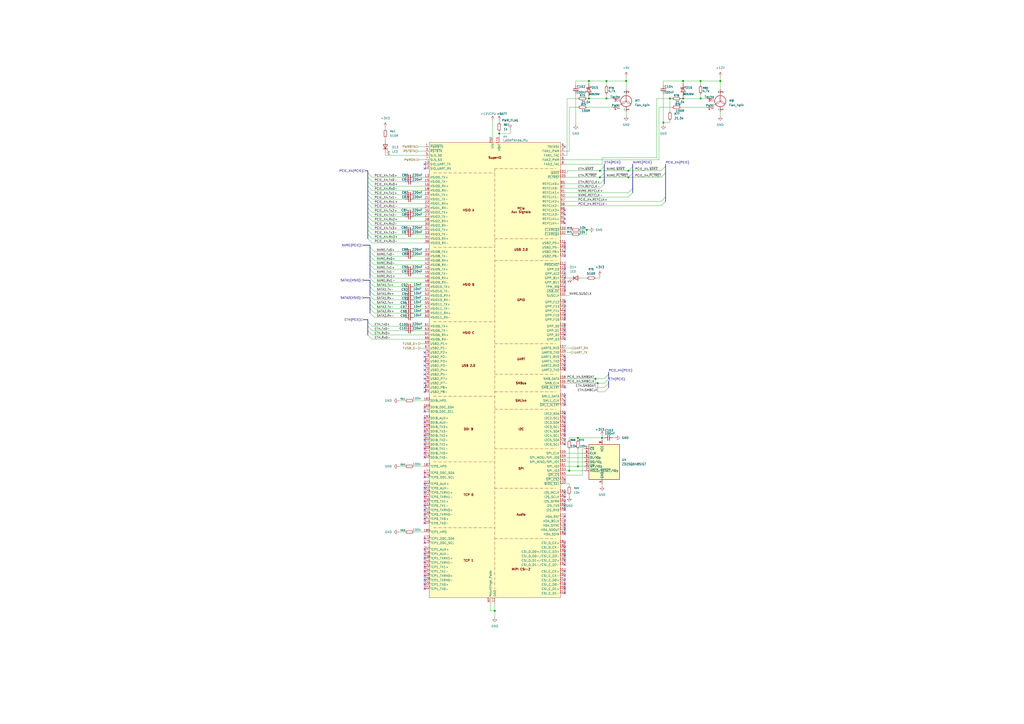
<source format=kicad_sch>
(kicad_sch (version 20250114) (generator "eeschema") (generator_version "9.0")
  (paper "A2")
  (junction (at 351.79 57.15))
  (junction (at 289.56 77.47))
  (junction (at 345.44 219.71))
  (junction (at 335.28 254))
  (junction (at 335.28 270.51))
  (junction (at 384.81 71.12))
  (junction (at 406.4 46.99))
  (junction (at 396.24 57.15))
  (junction (at 406.4 57.15))
  (junction (at 396.24 46.99))
  (junction (at 351.79 46.99))
  (junction (at 341.63 46.99))
  (junction (at 417.83 46.99))
  (junction (at 341.63 57.15))
  (junction (at 364.49 102.87))
  (junction (at 287.02 354.33))
  (junction (at 347.98 102.87))
  (junction (at 330.2 273.05))
  (junction (at 347.98 99.06))
  (junction (at 388.62 57.15))
  (junction (at 363.22 46.99))
  (junction (at 364.49 99.06))
  (junction (at 340.36 133.35))
  (junction (at 346.71 222.25))
  (junction (at 349.25 254))
  (no_connect (at 327.66 245.11))
  (no_connect (at 327.66 295.91))
  (no_connect (at 327.66 285.75))
  (no_connect (at 246.38 242.57))
  (no_connect (at 327.66 331.47))
  (no_connect (at 327.66 232.41))
  (no_connect (at 327.66 302.26))
  (no_connect (at 327.66 325.12))
  (no_connect (at 327.66 182.88))
  (no_connect (at 327.66 129.54))
  (no_connect (at 327.66 314.96))
  (no_connect (at 327.66 257.81))
  (no_connect (at 246.38 298.45))
  (no_connect (at 327.66 290.83))
  (no_connect (at 246.38 209.55))
  (no_connect (at 327.66 194.31))
  (no_connect (at 246.38 245.11))
  (no_connect (at 246.38 312.42))
  (no_connect (at 327.66 153.67))
  (no_connect (at 327.66 212.09))
  (no_connect (at 327.66 156.21))
  (no_connect (at 327.66 143.51))
  (no_connect (at 327.66 224.79))
  (no_connect (at 246.38 331.47))
  (no_connect (at 246.38 236.22))
  (no_connect (at 327.66 339.09))
  (no_connect (at 327.66 196.85))
  (no_connect (at 246.38 217.17))
  (no_connect (at 327.66 240.03))
  (no_connect (at 327.66 341.63))
  (no_connect (at 246.38 341.63))
  (no_connect (at 246.38 288.29))
  (no_connect (at 327.66 327.66))
  (no_connect (at 246.38 238.76))
  (no_connect (at 246.38 97.79))
  (no_connect (at 327.66 161.29))
  (no_connect (at 327.66 166.37))
  (no_connect (at 246.38 280.67))
  (no_connect (at 246.38 207.01))
  (no_connect (at 327.66 207.01))
  (no_connect (at 246.38 204.47))
  (no_connect (at 246.38 321.31))
  (no_connect (at 327.66 124.46))
  (no_connect (at 246.38 222.25))
  (no_connect (at 327.66 317.5))
  (no_connect (at 327.66 209.55))
  (no_connect (at 246.38 339.09))
  (no_connect (at 246.38 285.75))
  (no_connect (at 246.38 219.71))
  (no_connect (at 327.66 278.13))
  (no_connect (at 246.38 326.39))
  (no_connect (at 327.66 229.87))
  (no_connect (at 327.66 191.77))
  (no_connect (at 246.38 314.96))
  (no_connect (at 327.66 320.04))
  (no_connect (at 246.38 274.32))
  (no_connect (at 246.38 257.81))
  (no_connect (at 246.38 276.86))
  (no_connect (at 246.38 323.85))
  (no_connect (at 327.66 252.73))
  (no_connect (at 246.38 295.91))
  (no_connect (at 246.38 265.43))
  (no_connect (at 246.38 336.55))
  (no_connect (at 246.38 334.01))
  (no_connect (at 327.66 344.17))
  (no_connect (at 246.38 260.35))
  (no_connect (at 327.66 189.23))
  (no_connect (at 246.38 247.65))
  (no_connect (at 327.66 214.63))
  (no_connect (at 327.66 234.95))
  (no_connect (at 246.38 300.99))
  (no_connect (at 246.38 250.19))
  (no_connect (at 327.66 304.8))
  (no_connect (at 327.66 322.58))
  (no_connect (at 246.38 328.93))
  (no_connect (at 327.66 121.92))
  (no_connect (at 327.66 299.72))
  (no_connect (at 327.66 175.26))
  (no_connect (at 327.66 336.55))
  (no_connect (at 327.66 255.27))
  (no_connect (at 327.66 247.65))
  (no_connect (at 327.66 288.29))
  (no_connect (at 327.66 180.34))
  (no_connect (at 327.66 140.97))
  (no_connect (at 327.66 158.75))
  (no_connect (at 327.66 250.19))
  (no_connect (at 246.38 262.89))
  (no_connect (at 246.38 255.27))
  (no_connect (at 327.66 309.88))
  (no_connect (at 327.66 177.8))
  (no_connect (at 246.38 303.53))
  (no_connect (at 246.38 252.73))
  (no_connect (at 327.66 242.57))
  (no_connect (at 327.66 185.42))
  (no_connect (at 327.66 148.59))
  (no_connect (at 246.38 212.09))
  (no_connect (at 327.66 334.01))
  (no_connect (at 327.66 168.91))
  (no_connect (at 327.66 85.09))
  (no_connect (at 246.38 227.33))
  (no_connect (at 246.38 214.63))
  (no_connect (at 246.38 318.77))
  (no_connect (at 327.66 293.37))
  (no_connect (at 246.38 283.21))
  (no_connect (at 327.66 127))
  (no_connect (at 327.66 146.05))
  (no_connect (at 246.38 95.25))
  (no_connect (at 327.66 307.34))
  (no_connect (at 246.38 290.83))
  (no_connect (at 327.66 163.83))
  (no_connect (at 246.38 224.79))
  (no_connect (at 246.38 293.37))
  (bus_entry (at 213.36 123.19) (size 2.54 2.54))
  (bus_entry (at 213.36 110.49) (size 2.54 2.54))
  (bus_entry (at 213.36 100.33) (size 2.54 2.54))
  (bus_entry (at 213.36 125.73) (size 2.54 2.54))
  (bus_entry (at 213.36 186.69) (size 2.54 2.54))
  (bus_entry (at 213.36 128.27) (size 2.54 2.54))
  (bus_entry (at 367.03 109.22) (size -2.54 2.54))
  (bus_entry (at 214.63 163.83) (size 2.54 2.54))
  (bus_entry (at 367.03 100.33) (size -2.54 2.54))
  (bus_entry (at 214.63 153.67) (size 2.54 2.54))
  (bus_entry (at 214.63 179.07) (size 2.54 2.54))
  (bus_entry (at 213.36 105.41) (size 2.54 2.54))
  (bus_entry (at 214.63 168.91) (size 2.54 2.54))
  (bus_entry (at 213.36 118.11) (size 2.54 2.54))
  (bus_entry (at 213.36 113.03) (size 2.54 2.54))
  (bus_entry (at 213.36 138.43) (size 2.54 2.54))
  (bus_entry (at 213.36 133.35) (size 2.54 2.54))
  (bus_entry (at 214.63 173.99) (size 2.54 2.54))
  (bus_entry (at 367.03 111.76) (size -2.54 2.54))
  (bus_entry (at 214.63 151.13) (size 2.54 2.54))
  (bus_entry (at 350.52 96.52) (size -2.54 2.54))
  (bus_entry (at 353.06 219.71) (size -2.54 2.54))
  (bus_entry (at 386.08 100.33) (size -2.54 2.54))
  (bus_entry (at 213.36 135.89) (size 2.54 2.54))
  (bus_entry (at 213.36 191.77) (size 2.54 2.54))
  (bus_entry (at 214.63 181.61) (size 2.54 2.54))
  (bus_entry (at 214.63 146.05) (size 2.54 2.54))
  (bus_entry (at 386.08 96.52) (size -2.54 2.54))
  (bus_entry (at 386.08 116.84) (size -2.54 2.54))
  (bus_entry (at 353.06 224.79) (size -2.54 2.54))
  (bus_entry (at 350.52 106.68) (size -2.54 2.54))
  (bus_entry (at 350.52 104.14) (size -2.54 2.54))
  (bus_entry (at 214.63 176.53) (size 2.54 2.54))
  (bus_entry (at 386.08 114.3) (size -2.54 2.54))
  (bus_entry (at 213.36 107.95) (size 2.54 2.54))
  (bus_entry (at 213.36 120.65) (size 2.54 2.54))
  (bus_entry (at 213.36 102.87) (size 2.54 2.54))
  (bus_entry (at 213.36 115.57) (size 2.54 2.54))
  (bus_entry (at 214.63 148.59) (size 2.54 2.54))
  (bus_entry (at 214.63 171.45) (size 2.54 2.54))
  (bus_entry (at 213.36 130.81) (size 2.54 2.54))
  (bus_entry (at 214.63 143.51) (size 2.54 2.54))
  (bus_entry (at 214.63 161.29) (size 2.54 2.54))
  (bus_entry (at 353.06 222.25) (size -2.54 2.54))
  (bus_entry (at 213.36 194.31) (size 2.54 2.54))
  (bus_entry (at 213.36 189.23) (size 2.54 2.54))
  (bus_entry (at 353.06 217.17) (size -2.54 2.54))
  (bus_entry (at 367.03 96.52) (size -2.54 2.54))
  (bus_entry (at 350.52 100.33) (size -2.54 2.54))
  (bus_entry (at 214.63 158.75) (size 2.54 2.54))
  (bus_entry (at 214.63 166.37) (size 2.54 2.54))
  (bus_entry (at 214.63 156.21) (size 2.54 2.54))
  (wire (pts (xy 240.03 148.59) (xy 246.38 148.59)))
  (wire (pts (xy 334.01 46.99) (xy 334.01 49.53)))
  (wire (pts (xy 240.03 102.87) (xy 246.38 102.87)))
  (bus (pts (xy 214.63 153.67) (xy 214.63 156.21)))
  (wire (pts (xy 240.03 133.35) (xy 246.38 133.35)))
  (wire (pts (xy 396.24 48.26) (xy 396.24 46.99)))
  (bus (pts (xy 214.63 166.37) (xy 214.63 168.91)))
  (bus (pts (xy 214.63 146.05) (xy 214.63 148.59)))
  (wire (pts (xy 330.2 62.23) (xy 335.28 62.23)))
  (wire (pts (xy 215.9 194.31) (xy 246.38 194.31)))
  (wire (pts (xy 215.9 191.77) (xy 234.95 191.77)))
  (wire (pts (xy 327.66 133.35) (xy 331.47 133.35)))
  (wire (pts (xy 215.9 196.85) (xy 246.38 196.85)))
  (wire (pts (xy 217.17 156.21) (xy 234.95 156.21)))
  (wire (pts (xy 335.28 270.51) (xy 339.09 270.51)))
  (bus (pts (xy 213.36 113.03) (xy 213.36 115.57)))
  (wire (pts (xy 384.81 54.61) (xy 384.81 71.12)))
  (bus (pts (xy 213.36 100.33) (xy 213.36 102.87)))
  (wire (pts (xy 223.52 73.66) (xy 223.52 74.93)))
  (wire (pts (xy 327.66 111.76) (xy 364.49 111.76)))
  (wire (pts (xy 215.9 113.03) (xy 234.95 113.03)))
  (wire (pts (xy 337.82 260.35) (xy 339.09 260.35)))
  (wire (pts (xy 328.93 99.06) (xy 328.93 100.33)))
  (wire (pts (xy 217.17 146.05) (xy 234.95 146.05)))
  (wire (pts (xy 328.93 57.15) (xy 335.28 57.15)))
  (wire (pts (xy 340.36 57.15) (xy 341.63 57.15)))
  (bus (pts (xy 213.36 123.19) (xy 213.36 125.73)))
  (wire (pts (xy 223.52 90.17) (xy 246.38 90.17)))
  (wire (pts (xy 240.03 189.23) (xy 246.38 189.23)))
  (wire (pts (xy 217.17 148.59) (xy 234.95 148.59)))
  (wire (pts (xy 406.4 54.61) (xy 406.4 57.15)))
  (wire (pts (xy 285.75 69.85) (xy 285.75 80.01)))
  (wire (pts (xy 347.98 99.06) (xy 364.49 99.06)))
  (bus (pts (xy 353.06 215.9) (xy 353.06 217.17)))
  (bus (pts (xy 210.82 162.56) (xy 214.63 162.56)))
  (wire (pts (xy 327.66 95.25) (xy 349.25 95.25)))
  (wire (pts (xy 215.9 115.57) (xy 234.95 115.57)))
  (wire (pts (xy 243.84 201.93) (xy 246.38 201.93)))
  (wire (pts (xy 349.25 254) (xy 350.52 254)))
  (bus (pts (xy 350.52 96.52) (xy 350.52 100.33)))
  (wire (pts (xy 351.79 54.61) (xy 351.79 57.15)))
  (wire (pts (xy 396.24 57.15) (xy 396.24 55.88)))
  (wire (pts (xy 295.91 74.93) (xy 295.91 77.47)))
  (wire (pts (xy 240.03 105.41) (xy 246.38 105.41)))
  (wire (pts (xy 242.57 85.09) (xy 246.38 85.09)))
  (wire (pts (xy 240.03 270.51) (xy 246.38 270.51)))
  (wire (pts (xy 217.17 179.07) (xy 234.95 179.07)))
  (wire (pts (xy 215.9 123.19) (xy 234.95 123.19)))
  (wire (pts (xy 287.02 349.25) (xy 287.02 354.33)))
  (wire (pts (xy 327.66 201.93) (xy 331.47 201.93)))
  (wire (pts (xy 355.6 254) (xy 356.87 254)))
  (bus (pts (xy 350.52 104.14) (xy 350.52 106.68)))
  (bus (pts (xy 353.06 220.98) (xy 353.06 222.25)))
  (bus (pts (xy 214.63 148.59) (xy 214.63 151.13)))
  (wire (pts (xy 240.03 181.61) (xy 246.38 181.61)))
  (wire (pts (xy 240.03 184.15) (xy 246.38 184.15)))
  (wire (pts (xy 240.03 123.19) (xy 246.38 123.19)))
  (wire (pts (xy 327.66 109.22) (xy 347.98 109.22)))
  (wire (pts (xy 394.97 62.23) (xy 410.21 62.23)))
  (wire (pts (xy 330.2 254) (xy 335.28 254)))
  (bus (pts (xy 213.36 107.95) (xy 213.36 110.49)))
  (wire (pts (xy 363.22 64.77) (xy 363.22 67.31)))
  (wire (pts (xy 327.66 135.89) (xy 331.47 135.89)))
  (bus (pts (xy 213.36 135.89) (xy 213.36 138.43)))
  (bus (pts (xy 214.63 163.83) (xy 214.63 166.37)))
  (wire (pts (xy 240.03 135.89) (xy 246.38 135.89)))
  (wire (pts (xy 330.2 260.35) (xy 330.2 273.05)))
  (bus (pts (xy 350.52 100.33) (xy 350.52 104.14)))
  (wire (pts (xy 240.03 168.91) (xy 246.38 168.91)))
  (wire (pts (xy 215.9 118.11) (xy 246.38 118.11)))
  (wire (pts (xy 240.03 113.03) (xy 246.38 113.03)))
  (wire (pts (xy 406.4 57.15) (xy 410.21 57.15)))
  (wire (pts (xy 215.9 189.23) (xy 234.95 189.23)))
  (wire (pts (xy 347.98 102.87) (xy 364.49 102.87)))
  (wire (pts (xy 217.17 151.13) (xy 246.38 151.13)))
  (bus (pts (xy 213.36 133.35) (xy 213.36 135.89)))
  (wire (pts (xy 327.66 114.3) (xy 364.49 114.3)))
  (wire (pts (xy 240.03 166.37) (xy 246.38 166.37)))
  (wire (pts (xy 341.63 46.99) (xy 351.79 46.99)))
  (wire (pts (xy 388.62 57.15) (xy 389.89 57.15)))
  (wire (pts (xy 240.03 191.77) (xy 246.38 191.77)))
  (wire (pts (xy 417.83 44.45) (xy 417.83 46.99)))
  (wire (pts (xy 406.4 49.53) (xy 406.4 46.99)))
  (wire (pts (xy 396.24 46.99) (xy 384.81 46.99)))
  (wire (pts (xy 336.55 135.89) (xy 340.36 135.89)))
  (wire (pts (xy 287.02 354.33) (xy 287.02 358.14)))
  (bus (pts (xy 353.06 222.25) (xy 353.06 224.79)))
  (wire (pts (xy 240.03 179.07) (xy 246.38 179.07)))
  (wire (pts (xy 417.83 46.99) (xy 417.83 52.07)))
  (wire (pts (xy 406.4 57.15) (xy 396.24 57.15)))
  (wire (pts (xy 327.66 90.17) (xy 328.93 90.17)))
  (wire (pts (xy 215.9 135.89) (xy 234.95 135.89)))
  (bus (pts (xy 214.63 143.51) (xy 214.63 146.05)))
  (wire (pts (xy 363.22 44.45) (xy 363.22 46.99)))
  (wire (pts (xy 217.17 181.61) (xy 234.95 181.61)))
  (wire (pts (xy 328.93 90.17) (xy 328.93 57.15)))
  (wire (pts (xy 406.4 46.99) (xy 417.83 46.99)))
  (wire (pts (xy 217.17 168.91) (xy 234.95 168.91)))
  (bus (pts (xy 213.36 110.49) (xy 213.36 113.03)))
  (wire (pts (xy 346.71 227.33) (xy 350.52 227.33)))
  (wire (pts (xy 328.93 99.06) (xy 347.98 99.06)))
  (bus (pts (xy 213.36 102.87) (xy 213.36 105.41)))
  (bus (pts (xy 214.63 162.56) (xy 214.63 163.83)))
  (wire (pts (xy 215.9 130.81) (xy 246.38 130.81)))
  (bus (pts (xy 214.63 156.21) (xy 214.63 158.75)))
  (wire (pts (xy 335.28 260.35) (xy 335.28 270.51)))
  (wire (pts (xy 215.9 102.87) (xy 234.95 102.87)))
  (wire (pts (xy 335.28 254) (xy 335.28 255.27)))
  (wire (pts (xy 215.9 105.41) (xy 234.95 105.41)))
  (wire (pts (xy 217.17 163.83) (xy 246.38 163.83)))
  (wire (pts (xy 346.71 222.25) (xy 346.71 227.33)))
  (bus (pts (xy 213.36 118.11) (xy 213.36 120.65)))
  (wire (pts (xy 335.28 254) (xy 349.25 254)))
  (wire (pts (xy 346.71 222.25) (xy 350.52 222.25)))
  (bus (pts (xy 212.09 99.06) (xy 213.36 99.06)))
  (wire (pts (xy 240.03 125.73) (xy 246.38 125.73)))
  (wire (pts (xy 327.66 161.29) (xy 330.2 161.29)))
  (wire (pts (xy 240.03 173.99) (xy 246.38 173.99)))
  (wire (pts (xy 327.66 116.84) (xy 383.54 116.84)))
  (wire (pts (xy 388.62 64.77) (xy 388.62 57.15)))
  (wire (pts (xy 217.17 153.67) (xy 246.38 153.67)))
  (wire (pts (xy 215.9 120.65) (xy 246.38 120.65)))
  (wire (pts (xy 394.97 57.15) (xy 396.24 57.15)))
  (wire (pts (xy 217.17 171.45) (xy 234.95 171.45)))
  (wire (pts (xy 240.03 146.05) (xy 246.38 146.05)))
  (bus (pts (xy 213.36 120.65) (xy 213.36 123.19)))
  (wire (pts (xy 217.17 176.53) (xy 234.95 176.53)))
  (wire (pts (xy 240.03 176.53) (xy 246.38 176.53)))
  (wire (pts (xy 217.17 173.99) (xy 234.95 173.99)))
  (wire (pts (xy 364.49 102.87) (xy 383.54 102.87)))
  (wire (pts (xy 349.25 254) (xy 349.25 255.27)))
  (wire (pts (xy 349.25 280.67) (xy 349.25 281.94)))
  (bus (pts (xy 367.03 95.25) (xy 367.03 96.52)))
  (bus (pts (xy 214.63 172.72) (xy 214.63 173.99)))
  (wire (pts (xy 217.17 184.15) (xy 234.95 184.15)))
  (wire (pts (xy 240.03 158.75) (xy 246.38 158.75)))
  (bus (pts (xy 214.63 168.91) (xy 214.63 171.45)))
  (wire (pts (xy 381 91.44) (xy 381 57.15)))
  (bus (pts (xy 213.36 105.41) (xy 213.36 107.95)))
  (wire (pts (xy 215.9 107.95) (xy 246.38 107.95)))
  (wire (pts (xy 217.17 166.37) (xy 234.95 166.37)))
  (wire (pts (xy 242.57 92.71) (xy 246.38 92.71)))
  (wire (pts (xy 327.66 262.89) (xy 339.09 262.89)))
  (wire (pts (xy 341.63 46.99) (xy 334.01 46.99)))
  (wire (pts (xy 327.66 265.43) (xy 339.09 265.43)))
  (bus (pts (xy 214.63 179.07) (xy 214.63 181.61)))
  (wire (pts (xy 217.17 161.29) (xy 246.38 161.29)))
  (wire (pts (xy 336.55 133.35) (xy 340.36 133.35)))
  (wire (pts (xy 327.66 270.51) (xy 335.28 270.51)))
  (wire (pts (xy 240.03 308.61) (xy 246.38 308.61)))
  (bus (pts (xy 214.63 176.53) (xy 214.63 179.07)))
  (bus (pts (xy 213.36 125.73) (xy 213.36 128.27)))
  (wire (pts (xy 349.25 91.44) (xy 381 91.44)))
  (wire (pts (xy 384.81 46.99) (xy 384.81 49.53)))
  (wire (pts (xy 340.36 135.89) (xy 340.36 133.35)))
  (wire (pts (xy 341.63 133.35) (xy 340.36 133.35)))
  (bus (pts (xy 367.03 96.52) (xy 367.03 100.33)))
  (wire (pts (xy 327.66 119.38) (xy 383.54 119.38)))
  (wire (pts (xy 330.2 273.05) (xy 339.09 273.05)))
  (wire (pts (xy 330.2 280.67) (xy 327.66 280.67)))
  (wire (pts (xy 327.66 171.45) (xy 330.2 171.45)))
  (bus (pts (xy 386.08 114.3) (xy 386.08 116.84)))
  (wire (pts (xy 384.81 71.12) (xy 388.62 71.12)))
  (wire (pts (xy 337.82 161.29) (xy 340.36 161.29)))
  (bus (pts (xy 210.82 142.24) (xy 214.63 142.24)))
  (wire (pts (xy 215.9 128.27) (xy 246.38 128.27)))
  (wire (pts (xy 349.25 95.25) (xy 349.25 91.44)))
  (bus (pts (xy 386.08 100.33) (xy 386.08 114.3)))
  (wire (pts (xy 334.01 54.61) (xy 334.01 72.39)))
  (bus (pts (xy 367.03 109.22) (xy 367.03 111.76)))
  (bus (pts (xy 213.36 128.27) (xy 213.36 130.81)))
  (wire (pts (xy 330.2 280.67) (xy 330.2 281.94)))
  (wire (pts (xy 243.84 199.39) (xy 246.38 199.39)))
  (bus (pts (xy 350.52 95.25) (xy 350.52 96.52)))
  (wire (pts (xy 284.48 354.33) (xy 287.02 354.33)))
  (bus (pts (xy 213.36 185.42) (xy 213.36 186.69)))
  (wire (pts (xy 289.56 77.47) (xy 289.56 80.01)))
  (wire (pts (xy 240.03 171.45) (xy 246.38 171.45)))
  (wire (pts (xy 215.9 140.97) (xy 246.38 140.97)))
  (bus (pts (xy 367.03 100.33) (xy 367.03 109.22)))
  (wire (pts (xy 327.66 204.47) (xy 331.47 204.47)))
  (wire (pts (xy 345.44 219.71) (xy 350.52 219.71)))
  (wire (pts (xy 327.66 87.63) (xy 330.2 87.63)))
  (wire (pts (xy 327.66 273.05) (xy 330.2 273.05)))
  (bus (pts (xy 210.82 185.42) (xy 213.36 185.42)))
  (wire (pts (xy 215.9 110.49) (xy 246.38 110.49)))
  (wire (pts (xy 231.14 308.61) (xy 234.95 308.61)))
  (wire (pts (xy 215.9 125.73) (xy 234.95 125.73)))
  (wire (pts (xy 347.98 161.29) (xy 345.44 161.29)))
  (bus (pts (xy 214.63 158.75) (xy 214.63 161.29)))
  (wire (pts (xy 382.27 62.23) (xy 389.89 62.23)))
  (wire (pts (xy 381 57.15) (xy 388.62 57.15)))
  (wire (pts (xy 341.63 48.26) (xy 341.63 46.99)))
  (wire (pts (xy 327.66 92.71) (xy 382.27 92.71)))
  (wire (pts (xy 330.2 255.27) (xy 330.2 254)))
  (wire (pts (xy 327.66 106.68) (xy 347.98 106.68)))
  (wire (pts (xy 396.24 46.99) (xy 406.4 46.99)))
  (wire (pts (xy 347.98 160.02) (xy 347.98 161.29)))
  (bus (pts (xy 214.63 173.99) (xy 214.63 176.53)))
  (bus (pts (xy 214.63 151.13) (xy 214.63 153.67)))
  (wire (pts (xy 242.57 87.63) (xy 246.38 87.63)))
  (wire (pts (xy 240.03 232.41) (xy 246.38 232.41)))
  (wire (pts (xy 240.03 115.57) (xy 246.38 115.57)))
  (wire (pts (xy 327.66 222.25) (xy 346.71 222.25)))
  (wire (pts (xy 327.66 267.97) (xy 339.09 267.97)))
  (wire (pts (xy 223.52 80.01) (xy 223.52 81.28)))
  (bus (pts (xy 353.06 217.17) (xy 353.06 219.71)))
  (wire (pts (xy 330.2 287.02) (xy 330.2 288.29)))
  (wire (pts (xy 231.14 270.51) (xy 234.95 270.51)))
  (wire (pts (xy 215.9 138.43) (xy 246.38 138.43)))
  (wire (pts (xy 351.79 57.15) (xy 355.6 57.15)))
  (wire (pts (xy 341.63 57.15) (xy 341.63 55.88)))
  (wire (pts (xy 345.44 224.79) (xy 350.52 224.79)))
  (wire (pts (xy 345.44 219.71) (xy 345.44 224.79)))
  (wire (pts (xy 388.62 69.85) (xy 388.62 71.12)))
  (wire (pts (xy 215.9 133.35) (xy 234.95 133.35)))
  (bus (pts (xy 214.63 142.24) (xy 214.63 143.51)))
  (wire (pts (xy 417.83 64.77) (xy 417.83 67.31)))
  (wire (pts (xy 240.03 156.21) (xy 246.38 156.21)))
  (wire (pts (xy 327.66 219.71) (xy 345.44 219.71)))
  (wire (pts (xy 349.25 252.73) (xy 349.25 254)))
  (wire (pts (xy 217.17 158.75) (xy 234.95 158.75)))
  (bus (pts (xy 213.36 115.57) (xy 213.36 118.11)))
  (wire (pts (xy 223.52 88.9) (xy 223.52 90.17)))
  (wire (pts (xy 231.14 232.41) (xy 234.95 232.41)))
  (wire (pts (xy 284.48 349.25) (xy 284.48 354.33)))
  (wire (pts (xy 327.66 102.87) (xy 347.98 102.87)))
  (wire (pts (xy 295.91 77.47) (xy 289.56 77.47)))
  (bus (pts (xy 386.08 95.25) (xy 386.08 96.52)))
  (wire (pts (xy 337.82 275.59) (xy 337.82 260.35)))
  (wire (pts (xy 351.79 46.99) (xy 363.22 46.99)))
  (wire (pts (xy 327.66 275.59) (xy 337.82 275.59)))
  (bus (pts (xy 210.82 172.72) (xy 214.63 172.72)))
  (bus (pts (xy 213.36 189.23) (xy 213.36 191.77)))
  (bus (pts (xy 213.36 130.81) (xy 213.36 133.35)))
  (wire (pts (xy 328.93 100.33) (xy 327.66 100.33)))
  (bus (pts (xy 213.36 99.06) (xy 213.36 100.33)))
  (wire (pts (xy 382.27 92.71) (xy 382.27 62.23)))
  (wire (pts (xy 340.36 62.23) (xy 355.6 62.23)))
  (bus (pts (xy 213.36 186.69) (xy 213.36 189.23)))
  (bus (pts (xy 386.08 96.52) (xy 386.08 100.33)))
  (wire (pts (xy 351.79 49.53) (xy 351.79 46.99)))
  (wire (pts (xy 363.22 46.99) (xy 363.22 52.07)))
  (wire (pts (xy 351.79 57.15) (xy 341.63 57.15)))
  (wire (pts (xy 289.56 76.2) (xy 289.56 77.47)))
  (wire (pts (xy 289.56 69.85) (xy 289.56 71.12)))
  (bus (pts (xy 213.36 191.77) (xy 213.36 194.31)))
  (wire (pts (xy 330.2 87.63) (xy 330.2 62.23)))
  (wire (pts (xy 384.81 71.12) (xy 384.81 72.39)))
  (wire (pts (xy 364.49 99.06) (xy 383.54 99.06)))
  (label "SATA2.Rx+" (at 218.44 181.61 0))
  (label "PCIE_X4.Tx0-" (at 217.17 105.41 0))
  (label "PCIE_X4.Tx1-" (at 217.17 115.57 0))
  (label "NVME.Tx1-" (at 218.44 158.75 0))
  (label "NVME.REFCLK+" (at 335.28 111.76 0))
  (label "PCIE_X4.REFCLK-" (at 335.28 119.38 0))
  (label "PCIE_X4.Rx1+" (at 217.17 118.11 0))
  (label "PCIE_X4.Rx3+" (at 217.17 138.43 0))
  (label "ETH.Rx0-" (at 217.17 196.85 0))
  (label "PCIE_X4.~{PLTRST}" (at 368.3 102.87 0))
  (label "SATA2.Rx-" (at 218.44 184.15 0))
  (label "ETH{PCIE}" (at 353.06 220.98 0))
  (label "NVME.SUSCLK" (at 330.2 171.45 0))
  (label "SATA1.Tx-" (at 218.44 168.91 0))
  (label "ETH{PCIE}" (at 350.52 95.25 0))
  (label "PCIE_X4.Rx0+" (at 217.17 107.95 0))
  (label "ETH.REFCLK-" (at 335.28 109.22 0))
  (label "PCIE_X4.REFCLK+" (at 335.28 116.84 0))
  (label "SATA1.Tx+" (at 218.44 166.37 0))
  (label "SATA1.Rx+" (at 218.44 171.45 0))
  (label "PCIE_X4.SMBDAT" (at 328.93 219.71 0))
  (label "NVME.Rx0+" (at 218.44 151.13 0))
  (label "PCIE_X4.Rx0-" (at 217.17 110.49 0))
  (label "PCIE_X4{PCIE}" (at 386.08 95.25 0))
  (label "PCIE_X4.Rx2+" (at 217.17 128.27 0))
  (label "NVME{PCIE}" (at 367.03 95.25 0))
  (label "ETH.SMBCLK" (at 346.71 227.33 180))
  (label "NVME.Tx0-" (at 218.44 148.59 0))
  (label "NVME.~{PLTRST}" (at 351.79 102.87 0))
  (label "PCIE_X4.Rx1-" (at 217.17 120.65 0))
  (label "PCIE_X4.~{WAKE}" (at 368.3 99.06 0))
  (label "NVME.~{WAKE}" (at 351.79 99.06 0))
  (label "NVME.Tx1+" (at 218.44 156.21 0))
  (label "ETH.Tx0+" (at 217.17 189.23 0))
  (label "ETH.~{PLTRST}" (at 335.28 102.87 0))
  (label "PCIE_X4.Tx3+" (at 217.17 133.35 0))
  (label "PCIE_X4.Tx2-" (at 217.17 125.73 0))
  (label "ETH.~{WAKE}" (at 335.28 99.06 0))
  (label "PCIE_X4.Tx3-" (at 217.17 135.89 0))
  (label "PCIE_X4.Tx0+" (at 217.17 102.87 0))
  (label "NVME.Tx0+" (at 218.44 146.05 0))
  (label "PCIE_X4.Tx2+" (at 217.17 123.19 0))
  (label "PCIE_X4.Rx2-" (at 217.17 130.81 0))
  (label "ETH.Rx0+" (at 217.17 194.31 0))
  (label "SATA2.Tx-" (at 218.44 179.07 0))
  (label "ETH.SMBDAT" (at 345.44 224.79 180))
  (label "ETH.REFCLK+" (at 335.28 106.68 0))
  (label "NVME.Rx1+" (at 218.44 161.29 0))
  (label "NVME.REFCLK-" (at 335.28 114.3 0))
  (label "NVME.Rx0-" (at 218.44 153.67 0))
  (label "PCIE_X4.Rx3-" (at 217.17 140.97 0))
  (label "PCIE_X4{PCIE}" (at 353.06 215.9 0))
  (label "ETH.Tx0-" (at 217.17 191.77 0))
  (label "PCIE_X4.Tx1+" (at 217.17 113.03 0))
  (label "SATA2.Tx+" (at 218.44 176.53 0))
  (label "NVME.Rx1-" (at 218.44 163.83 0))
  (label "PCIE_X4.SMBCLK" (at 328.93 222.25 0))
  (label "SATA1.Rx-" (at 218.44 173.99 0))
  (hierarchical_label "ETH{PCIE}" (shape input) (at 210.82 185.42 180))
  (hierarchical_label "PWRBTN" (shape input) (at 242.57 85.09 180))
  (hierarchical_label "NVME{PCIE}" (shape input) (at 210.82 142.24 180))
  (hierarchical_label "UART_RX" (shape input) (at 331.47 201.93 0))
  (hierarchical_label "SATA2{HSIO}" (shape output) (at 210.82 172.72 180))
  (hierarchical_label "PCIE_X4{PCIE}" (shape input) (at 212.09 99.06 180))
  (hierarchical_label "PWRON" (shape output) (at 242.57 92.71 180))
  (hierarchical_label "UART_TX" (shape output) (at 331.47 204.47 0))
  (hierarchical_label "RSTBTN" (shape input) (at 242.57 87.63 180))
  (hierarchical_label "FUSB_D-" (shape input) (at 243.84 201.93 180))
  (hierarchical_label "SATA1{HSIO}" (shape output) (at 210.82 162.56 180))
  (hierarchical_label "FUSB_D+" (shape input) (at 243.84 199.39 180))
  (symbol (lib_id "Device:C_Small") (at 237.49 176.53 90) (unit 1)
    (property "Reference" "C96" (at 234.188 175.514 90))
    (property "Value" "10nF" (at 242.316 175.26 90))
    (property "Description" "Unpolarized capacitor, small symbol" (effects (hide yes)))
  )
  (symbol (lib_id "power:GND") (at 363.22 67.31 0) (unit 1)
    (property "Reference" "#PWR072" (effects (hide yes)))
    (property "Value" "GND" (at 363.22 72.39 0))
    (property "Description" "Power symbol creates a global label with name \"GND\" , ground" (effects (hide yes)))
  )
  (symbol (lib_id "Device:R_Small") (at 334.01 133.35 90) (unit 1)
    (property "Reference" "R70" (at 330.454 132.334 90) (effects (font (size 1.016 1.016))))
    (property "Value" "10k" (at 338.074 132.08 90))
    (property "Description" "Resistor, small symbol" (effects (hide yes)))
  )
  (symbol (lib_id "Device:R_Small") (at 351.79 52.07 0) (unit 1)
    (property "Reference" "R76" (at 353.06 51.054 0) (effects (font (size 1.016 1.016)) (justify left)))
    (property "Value" "4.7k" (at 352.806 52.832 0) (effects (justify left)))
    (property "Description" "Resistor, small symbol" (effects (hide yes)))
  )
  (symbol (lib_id "Device:C_Small") (at 237.49 181.61 90) (unit 1)
    (property "Reference" "C98" (at 234.188 180.594 90))
    (property "Value" "10nF" (at 242.316 180.34 90))
    (property "Description" "Unpolarized capacitor, small symbol" (effects (hide yes)))
  )
  (symbol (lib_id "Device:R_Small") (at 237.49 232.41 90) (unit 1)
    (property "Reference" "R64" (at 233.68 231.394 90) (effects (font (size 1.016 1.016))))
    (property "Value" "100k" (at 241.808 231.14 90))
    (property "Description" "Resistor, small symbol" (effects (hide yes)))
  )
  (symbol (lib_id "Device:R_Small") (at 388.62 67.31 0) (unit 1)
    (property "Reference" "R77" (at 391.16 66.0399 0) (effects (font (size 1.016 1.016)) (justify left)))
    (property "Value" "21.5k" (at 391.16 68.5799 0) (effects (justify left)))
    (property "Description" "Resistor, small symbol" (effects (hide yes)))
  )
  (symbol (lib_id "Device:C_Small") (at 237.49 123.19 90) (unit 1)
    (property "Reference" "C84" (at 234.696 121.92 90))
    (property "Value" "220nF" (at 242.062 121.92 90))
    (property "Description" "Unpolarized capacitor, small symbol" (effects (hide yes)))
  )
  (symbol (lib_id "Device:C_Small") (at 237.49 115.57 90) (unit 1)
    (property "Reference" "C83" (at 234.95 114.3 90))
    (property "Value" "220nF" (at 242.062 114.3 90))
    (property "Description" "Unpolarized capacitor, small symbol" (effects (hide yes)))
  )
  (symbol (lib_id "Device:R_Small") (at 406.4 52.07 0) (unit 1)
    (property "Reference" "R80" (at 407.67 51.054 0) (effects (font (size 1.016 1.016)) (justify left)))
    (property "Value" "4.7k" (at 407.416 52.832 0) (effects (justify left)))
    (property "Description" "Resistor, small symbol" (effects (hide yes)))
  )
  (symbol (lib_id "Device:R_Small") (at 392.43 57.15 90) (unit 1)
    (property "Reference" "R78" (at 392.43 55.372 90) (effects (font (size 1.016 1.016))))
    (property "Value" "21.5k" (at 394.462 59.182 90))
    (property "Description" "Resistor, small symbol" (effects (hide yes)))
  )
  (symbol (lib_id "Device:R_Small") (at 337.82 57.15 90) (unit 1)
    (property "Reference" "R73" (at 337.82 55.372 90) (effects (font (size 1.016 1.016))))
    (property "Value" "21.5k" (at 339.852 59.182 90))
    (property "Description" "Resistor, small symbol" (effects (hide yes)))
  )
  (symbol (lib_id "Device:C_Small") (at 384.81 52.07 0) (unit 1)
    (property "Reference" "C104" (at 385.318 50.292 0) (effects (justify left)))
    (property "Value" "100nF" (at 385.064 53.594 0) (effects (justify left)))
    (property "Description" "Unpolarized capacitor, small symbol" (effects (hide yes)))
  )
  (symbol (lib_id "Device:C_Small") (at 237.49 168.91 90) (unit 1)
    (property "Reference" "C93" (at 234.696 167.894 90))
    (property "Value" "10nF" (at 242.062 167.64 90))
    (property "Description" "Unpolarized capacitor, small symbol" (effects (hide yes)))
  )
  (symbol (lib_id "Device:C_Small") (at 237.49 166.37 90) (unit 1)
    (property "Reference" "C92" (at 234.696 165.354 90))
    (property "Value" "10nF" (at 242.316 165.1 90))
    (property "Description" "Unpolarized capacitor, small symbol" (effects (hide yes)))
  )
  (symbol (lib_id "power:+3V3") (at 347.98 160.02 0) (unit 1)
    (property "Reference" "#PWR067" (effects (hide yes)))
    (property "Value" "+3V3" (at 347.98 154.94 0))
    (property "Description" "Power symbol creates a global label with name \"+3V3\"" (effects (hide yes)))
  )
  (symbol (lib_id "Motor:Fan_4pin") (at 417.83 59.69 0) (unit 1)
    (property "Reference" "M8" (at 422.91 58.4199 0) (effects (justify left)))
    (property "Value" "Fan_4pin" (at 422.91 60.9599 0) (effects (justify left)))
    (property "Datasheet" "http://www.formfactors.org/developer%5Cspecs%5Crev1_2_public.pdf" (effects (hide yes)))
    (property "Description" "Fan, tacho output, PWM input, 4-pin connector" (effects (hide yes)))
  )
  (symbol (lib_id "Device:R_Small") (at 330.2 284.48 0) (unit 1)
    (property "Reference" "R69" (at 332.74 283.2099 0) (effects (font (size 1.016 1.016)) (justify left)))
    (property "Value" "10k" (at 332.74 285.7499 0) (effects (justify left)))
    (property "Description" "Resistor, small symbol" (effects (hide yes)))
  )
  (symbol (lib_id "power:GND") (at 231.14 270.51 270) (unit 1)
    (property "Reference" "#PWR059" (effects (hide yes)))
    (property "Value" "GND" (at 227.33 270.5099 90) (effects (justify right)))
    (property "Description" "Power symbol creates a global label with name \"GND\" , ground" (effects (hide yes)))
  )
  (symbol (lib_id "Device:R_Small") (at 237.49 270.51 90) (unit 1)
    (property "Reference" "R65" (at 233.68 269.494 90) (effects (font (size 1.016 1.016))))
    (property "Value" "100k" (at 241.808 269.24 90))
    (property "Description" "Resistor, small symbol" (effects (hide yes)))
  )
  (symbol (lib_id "Device:C_Small") (at 237.49 191.77 90) (unit 1)
    (property "Reference" "C101" (at 234.188 190.5 90))
    (property "Value" "220nF" (at 242.062 190.5 90))
    (property "Description" "Unpolarized capacitor, small symbol" (effects (hide yes)))
  )
  (symbol (lib_id "LattePanda-Mu:LattePanda_Mu") (at 287.02 214.63 0) (unit 1)
    (property "Reference" "A4" (at 291.846 79.248 0) (effects (justify left)))
    (property "Value" "LattePanda_Mu" (at 291.846 81.28 0) (effects (justify left)))
    (property "Footprint" "Module_LattePanda:LattePanda_Module_H8.0mm_Horizontal" (effects (hide yes)))
    (property "Description" "A micro computing module with x86 processer, RAM and eMMC." (effects (hide yes)))
  )
  (symbol (lib_id "power:+3V3") (at 349.25 252.73 0) (unit 1)
    (property "Reference" "#PWR068" (effects (hide yes)))
    (property "Value" "+3V3" (at 347.98 249.174 0))
    (property "Description" "Power symbol creates a global label with name \"+3V3\"" (effects (hide yes)))
  )
  (symbol (lib_id "Device:R_Small") (at 289.56 73.66 0) (unit 1)
    (property "Reference" "R67" (at 292.1 72.3899 0) (effects (font (size 1.016 1.016)) (justify left)))
    (property "Value" "1k" (at 292.1 74.9299 0) (effects (justify left)))
    (property "Description" "Resistor, small symbol" (effects (hide yes)))
  )
  (symbol (lib_id "Motor:Fan_4pin") (at 363.22 59.69 0) (unit 1)
    (property "Reference" "M7" (at 368.3 58.4199 0) (effects (justify left)))
    (property "Value" "Fan_4pin" (at 368.3 60.9599 0) (effects (justify left)))
    (property "Datasheet" "http://www.formfactors.org/developer%5Cspecs%5Crev1_2_public.pdf" (effects (hide yes)))
    (property "Description" "Fan, tacho output, PWM input, 4-pin connector" (effects (hide yes)))
  )
  (symbol (lib_id "Device:C_Small") (at 237.49 184.15 90) (unit 1)
    (property "Reference" "C99" (at 234.188 183.134 90))
    (property "Value" "10nF" (at 242.316 182.88 90))
    (property "Description" "Unpolarized capacitor, small symbol" (effects (hide yes)))
  )
  (symbol (lib_id "Device:C_Small") (at 237.49 102.87 90) (unit 1)
    (property "Reference" "C80" (at 234.95 101.6 90))
    (property "Value" "220nF" (at 242.062 101.6 90))
    (property "Description" "Unpolarized capacitor, small symbol" (effects (hide yes)))
  )
  (symbol (lib_id "Device:C_Small") (at 237.49 173.99 90) (unit 1)
    (property "Reference" "C95" (at 234.95 172.974 90))
    (property "Value" "10nF" (at 242.062 172.72 90))
    (property "Description" "Unpolarized capacitor, small symbol" (effects (hide yes)))
  )
  (symbol (lib_id "power:GND") (at 417.83 67.31 0) (unit 1)
    (property "Reference" "#PWR075" (effects (hide yes)))
    (property "Value" "GND" (at 417.83 72.39 0))
    (property "Description" "Power symbol creates a global label with name \"GND\" , ground" (effects (hide yes)))
  )
  (symbol (lib_id "Device:R_Small") (at 330.2 257.81 0) (unit 1)
    (property "Reference" "R68" (at 330.708 255.27 0) (effects (font (size 1.016 1.016)) (justify left)))
    (property "Value" "10k" (at 330.962 258.826 0) (effects (justify left)))
    (property "Description" "Resistor, small symbol" (effects (hide yes)))
  )
  (symbol (lib_id "Device:C_Small") (at 237.49 105.41 90) (unit 1)
    (property "Reference" "C81" (at 234.95 104.14 90))
    (property "Value" "220nF" (at 242.062 104.14 90))
    (property "Description" "Unpolarized capacitor, small symbol" (effects (hide yes)))
  )
  (symbol (lib_id "power:GND") (at 231.14 308.61 270) (unit 1)
    (property "Reference" "#PWR060" (effects (hide yes)))
    (property "Value" "GND" (at 227.33 308.6099 90) (effects (justify right)))
    (property "Description" "Power symbol creates a global label with name \"GND\" , ground" (effects (hide yes)))
  )
  (symbol (lib_id "Device:R_Small") (at 335.28 257.81 0) (unit 1)
    (property "Reference" "R72" (at 335.788 255.27 0) (effects (font (size 1.016 1.016)) (justify left)))
    (property "Value" "10k" (at 336.296 258.826 0) (effects (justify left)))
    (property "Description" "Resistor, small symbol" (effects (hide yes)))
  )
  (symbol (lib_id "power:+5V") (at 363.22 44.45 0) (unit 1)
    (property "Reference" "#PWR071" (effects (hide yes)))
    (property "Value" "+5V" (at 363.22 39.37 0))
    (property "Description" "Power symbol creates a global label with name \"+5V\"" (effects (hide yes)))
  )
  (symbol (lib_id "Device:LED") (at 334.01 161.29 0) (unit 1)
    (property "Reference" "D14" (at 332.4225 154.94 0))
    (property "Value" "LED" (at 332.4225 157.48 0))
    (property "Description" "Light emitting diode" (effects (hide yes)))
    (property "Sim.Pins" "1=K 2=A" (effects (hide yes)))
  )
  (symbol (lib_id "power:GND") (at 341.63 133.35 90) (unit 1)
    (property "Reference" "#PWR066" (effects (hide yes)))
    (property "Value" "GND" (at 345.44 133.3499 90) (effects (justify right)))
    (property "Description" "Power symbol creates a global label with name \"GND\" , ground" (effects (hide yes)))
  )
  (symbol (lib_id "power:+12V") (at 417.83 44.45 0) (unit 1)
    (property "Reference" "#PWR074" (effects (hide yes)))
    (property "Value" "+12V" (at 417.83 39.37 0))
    (property "Description" "Power symbol creates a global label with name \"+12V\"" (effects (hide yes)))
  )
  (symbol (lib_id "power:GND") (at 384.81 72.39 0) (unit 1)
    (property "Reference" "#PWR073" (effects (hide yes)))
    (property "Value" "GND" (at 384.81 77.47 0))
    (property "Description" "Power symbol creates a global label with name \"GND\" , ground" (effects (hide yes)))
  )
  (symbol (lib_id "Device:R_Small") (at 392.43 62.23 90) (unit 1)
    (property "Reference" "R79" (at 393.192 60.706 90) (effects (font (size 1.016 1.016))))
    (property "Value" "100R" (at 394.462 64.262 90))
    (property "Description" "Resistor, small symbol" (effects (hide yes)))
  )
  (symbol (lib_id "power:GND") (at 334.01 72.39 0) (unit 1)
    (property "Reference" "#PWR065" (effects (hide yes)))
    (property "Value" "GND" (at 334.01 77.47 0))
    (property "Description" "Power symbol creates a global label with name \"GND\" , ground" (effects (hide yes)))
  )
  (symbol (lib_id "Device:R_Small") (at 237.49 308.61 90) (unit 1)
    (property "Reference" "R66" (at 233.68 307.594 90) (effects (font (size 1.016 1.016))))
    (property "Value" "100k" (at 241.808 307.34 90))
    (property "Description" "Resistor, small symbol" (effects (hide yes)))
  )
  (symbol (lib_id "power:GND") (at 330.2 288.29 0) (unit 1)
    (property "Reference" "#PWR064" (effects (hide yes)))
    (property "Value" "GND" (at 330.2 293.37 0))
    (property "Description" "Power symbol creates a global label with name \"GND\" , ground" (effects (hide yes)))
  )
  (symbol (lib_id "power:+BATT") (at 289.56 69.85 0) (unit 1)
    (property "Reference" "#PWR063" (effects (hide yes)))
    (property "Value" "+BATT" (at 291.084 66.04 0))
    (property "Description" "Power symbol creates a global label with name \"+BATT\"" (effects (hide yes)))
  )
  (symbol (lib_id "Device:R_Small") (at 223.52 77.47 0) (unit 1)
    (property "Reference" "R63" (at 226.06 76.1999 0) (effects (font (size 1.016 1.016)) (justify left)))
    (property "Value" "510R" (at 226.06 78.7399 0) (effects (justify left)))
    (property "Description" "Resistor, small symbol" (effects (hide yes)))
  )
  (symbol (lib_id "Device:C_Small") (at 237.49 171.45 90) (unit 1)
    (property "Reference" "C94" (at 234.95 170.434 90))
    (property "Value" "10nF" (at 242.316 170.18 90))
    (property "Description" "Unpolarized capacitor, small symbol" (effects (hide yes)))
  )
  (symbol (lib_id "Device:C_Small") (at 237.49 113.03 90) (unit 1)
    (property "Reference" "C82" (at 234.95 111.76 90))
    (property "Value" "220nF" (at 242.062 111.76 90))
    (property "Description" "Unpolarized capacitor, small symbol" (effects (hide yes)))
  )
  (symbol (lib_id "Device:R_Small") (at 337.82 62.23 90) (unit 1)
    (property "Reference" "R74" (at 338.582 60.706 90) (effects (font (size 1.016 1.016))))
    (property "Value" "100R" (at 339.852 64.262 90))
    (property "Description" "Resistor, small symbol" (effects (hide yes)))
  )
  (symbol (lib_id "Device:C_Small") (at 237.49 158.75 90) (unit 1)
    (property "Reference" "C91" (at 234.95 157.48 90))
    (property "Value" "220nF" (at 242.062 157.48 90))
    (property "Description" "Unpolarized capacitor, small symbol" (effects (hide yes)))
  )
  (symbol (lib_id "Device:D_Schottky") (at 396.24 52.07 270) (unit 1)
    (property "Reference" "D16" (at 397.764 50.8 90) (effects (justify left)))
    (property "Value" "B0520W" (at 396.24 54.61 90) (effects (font (size 1.016 1.016)) (justify left)))
    (property "Description" "Schottky diode" (effects (hide yes)))
  )
  (symbol (lib_id "Device:LED") (at 223.52 85.09 90) (unit 1)
    (property "Reference" "D13" (at 227.33 85.4074 90) (effects (justify right)))
    (property "Value" "LED" (at 227.33 87.9474 90) (effects (justify right)))
    (property "Description" "Light emitting diode" (effects (hide yes)))
    (property "Sim.Pins" "1=K 2=A" (effects (hide yes)))
  )
  (symbol (lib_id "Device:R_Small") (at 334.01 135.89 90) (unit 1)
    (property "Reference" "R71" (at 330.454 134.62 90) (effects (font (size 1.016 1.016))))
    (property "Value" "10k" (at 337.82 134.62 90))
    (property "Description" "Resistor, small symbol" (effects (hide yes)))
  )
  (symbol (lib_id "Device:C_Small") (at 237.49 179.07 90) (unit 1)
    (property "Reference" "C97" (at 234.188 178.054 90))
    (property "Value" "10nF" (at 242.316 177.8 90))
    (property "Description" "Unpolarized capacitor, small symbol" (effects (hide yes)))
  )
  (symbol (lib_id "Device:C_Small") (at 237.49 189.23 90) (unit 1)
    (property "Reference" "C100" (at 234.188 188.214 90))
    (property "Value" "220nF" (at 242.062 187.96 90))
    (property "Description" "Unpolarized capacitor, small symbol" (effects (hide yes)))
  )
  (symbol (lib_id "power:GND") (at 287.02 358.14 0) (unit 1)
    (property "Reference" "#PWR062" (effects (hide yes)))
    (property "Value" "GND" (at 287.02 363.22 0))
    (property "Description" "Power symbol creates a global label with name \"GND\" , ground" (effects (hide yes)))
  )
  (symbol (lib_id "Device:R_Small") (at 342.9 161.29 90) (unit 1)
    (property "Reference" "R75" (at 342.9 156.21 90) (effects (font (size 1.016 1.016))))
    (property "Value" "510R" (at 342.9 158.75 90))
    (property "Description" "Resistor, small symbol" (effects (hide yes)))
  )
  (symbol (lib_id "Device:C_Small") (at 237.49 156.21 90) (unit 1)
    (property "Reference" "C90" (at 234.95 154.94 90))
    (property "Value" "220nF" (at 242.062 154.94 90))
    (property "Description" "Unpolarized capacitor, small symbol" (effects (hide yes)))
  )
  (symbol (lib_id "Device:C_Small") (at 334.01 52.07 0) (unit 1)
    (property "Reference" "C102" (at 334.518 50.292 0) (effects (justify left)))
    (property "Value" "100nF" (at 334.264 53.594 0) (effects (justify left)))
    (property "Description" "Unpolarized capacitor, small symbol" (effects (hide yes)))
  )
  (symbol (lib_id "Device:C_Small") (at 353.06 254 90) (unit 1)
    (property "Reference" "C103" (at 353.314 249.682 90))
    (property "Value" "100nF" (at 353.822 251.46 90))
    (property "Description" "Unpolarized capacitor, small symbol" (effects (hide yes)))
  )
  (symbol (lib_id "Device:C_Small") (at 237.49 125.73 90) (unit 1)
    (property "Reference" "C85" (at 234.95 124.46 90))
    (property "Value" "220nF" (at 242.062 124.46 90))
    (property "Description" "Unpolarized capacitor, small symbol" (effects (hide yes)))
  )
  (symbol (lib_id "Device:C_Small") (at 237.49 148.59 90) (unit 1)
    (property "Reference" "C89" (at 234.95 147.32 90))
    (property "Value" "220nF" (at 242.062 147.32 90))
    (property "Description" "Unpolarized capacitor, small symbol" (effects (hide yes)))
  )
  (symbol (lib_id "Device:C_Small") (at 237.49 133.35 90) (unit 1)
    (property "Reference" "C86" (at 234.696 132.08 90))
    (property "Value" "220nF" (at 242.062 132.08 90))
    (property "Description" "Unpolarized capacitor, small symbol" (effects (hide yes)))
  )
  (symbol (lib_id "power:PWR_FLAG") (at 295.91 74.93 0) (unit 1)
    (property "Reference" "#FLG04" (effects (hide yes)))
    (property "Value" "PWR_FLAG" (at 295.91 69.85 0))
    (property "Description" "Special symbol for telling ERC where power comes from" (effects (hide yes)))
  )
  (symbol (lib_id "Device:C_Small") (at 237.49 135.89 90) (unit 1)
    (property "Reference" "C87" (at 234.95 134.62 90))
    (property "Value" "220nF" (at 242.062 134.62 90))
    (property "Description" "Unpolarized capacitor, small symbol" (effects (hide yes)))
  )
  (symbol (lib_id "power:GND") (at 356.87 254 90) (unit 1)
    (property "Reference" "#PWR070" (effects (hide yes)))
    (property "Value" "GND" (at 360.68 253.9999 90) (effects (justify right)))
    (property "Description" "Power symbol creates a global label with name \"GND\" , ground" (effects (hide yes)))
  )
  (symbol (lib_id "power:+3V3") (at 223.52 73.66 0) (unit 1)
    (property "Reference" "#PWR057" (effects (hide yes)))
    (property "Value" "+3V3" (at 223.52 68.58 0))
    (property "Description" "Power symbol creates a global label with name \"+3V3\"" (effects (hide yes)))
  )
  (symbol (lib_id "Device:D_Schottky") (at 341.63 52.07 270) (unit 1)
    (property "Reference" "D15" (at 343.154 50.8 90) (effects (justify left)))
    (property "Value" "B0520W" (at 341.63 54.61 90) (effects (font (size 1.016 1.016)) (justify left)))
    (property "Description" "Schottky diode" (effects (hide yes)))
  )
  (symbol (lib_id "power:GND") (at 231.14 232.41 270) (unit 1)
    (property "Reference" "#PWR058" (effects (hide yes)))
    (property "Value" "GND" (at 227.33 232.4099 90) (effects (justify right)))
    (property "Description" "Power symbol creates a global label with name \"GND\" , ground" (effects (hide yes)))
  )
  (symbol (lib_id "Memory_Flash:W25Q128JVS") (at 349.25 267.97 0) (unit 1)
    (property "Reference" "U4" (at 360.68 266.6999 0) (effects (justify left)))
    (property "Value" "ZD25Q64BSIGT" (at 360.68 269.2399 0) (effects (justify left)))
    (property "Footprint" "Package_SO:SOIC-8_5.3x5.3mm_P1.27mm" (effects (hide yes)))
    (property "Datasheet" "https://www.winbond.com/resource-files/w25q128jv_dtr%20revc%2003272018%20plus.pdf" (effects (hide yes)))
    (property "Description" "128Mbit / 16MiB Serial Flash Memory, Standard/Dual/Quad SPI, 2.7-3.6V, SOIC-8" (effects (hide yes)))
  )
  (symbol (lib_id "power:GND") (at 349.25 281.94 0) (unit 1)
    (property "Reference" "#PWR069" (effects (hide yes)))
    (property "Value" "GND" (at 349.25 287.02 0))
    (property "Description" "Power symbol creates a global label with name \"GND\" , ground" (effects (hide yes)))
  )
  (symbol (lib_id "custom:+12VCPU") (at 285.75 69.85 0) (unit 1)
    (property "Reference" "#PWR061" (effects (hide yes)))
    (property "Value" "+12VCPU" (at 283.21 66.04 0))
    (property "Description" "Power symbol creates a global label with name \"+12VCPU\"" (effects (hide yes)))
  )
  (symbol (lib_id "Device:C_Small") (at 237.49 146.05 90) (unit 1)
    (property "Reference" "C88" (at 234.95 144.78 90))
    (property "Value" "220nF" (at 242.062 144.78 90))
    (property "Description" "Unpolarized capacitor, small symbol" (effects (hide yes)))
  )
)
</source>
